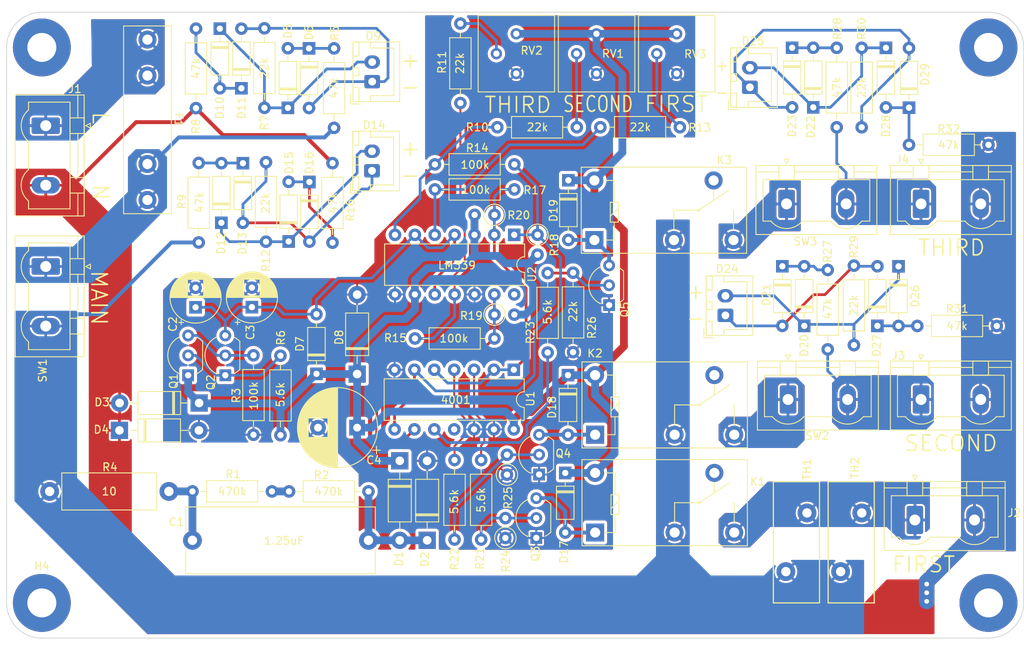
<source format=kicad_pcb>
(kicad_pcb (version 20211014) (generator pcbnew)
  (layers (0 "F.Cu" signal) (31 "B.Cu" signal) (34 "B.Paste" user) (35 "F.Paste" user) (36 "B.SilkS" user "B.Silkscreen") (37 "F.SilkS" user "F.Silkscreen") (38 "B.Mask" user) (39 "F.Mask" user) (44 "Edge.Cuts" user))
  (net 0 "")
  (net 1 "Net-(C1-Pad1)")
  (net 2 "Net-(C1-Pad2)")
  (net 3 "/RAMP")
  (net 4 "GND")
  (net 5 "+12V")
  (net 6 "NEUT")
  (net 7 "Net-(D10-Pad1)")
  (net 8 "Net-(D5-Pad2)")
  (net 9 "Net-(D11-Pad2)")
  (net 10 "Net-(D10-Pad2)")
  (net 11 "Net-(D12-Pad1)")
  (net 12 "Net-(D12-Pad2)")
  (net 13 "Net-(D13-Pad2)")
  (net 14 "Net-(D15-Pad2)")
  (net 15 "Net-(D17-Pad2)")
  (net 16 "Net-(D18-Pad2)")
  (net 17 "Net-(D19-Pad2)")
  (net 18 "Net-(D20-Pad1)")
  (net 19 "Net-(D20-Pad2)")
  (net 20 "Net-(D21-Pad2)")
  (net 21 "Net-(D22-Pad1)")
  (net 22 "Net-(D22-Pad2)")
  (net 23 "Net-(D23-Pad2)")
  (net 24 "Net-(D26-Pad2)")
  (net 25 "Net-(D28-Pad2)")
  (net 26 "Net-(F1-Pad1)")
  (net 27 "Net-(F1-Pad2)")
  (net 28 "Net-(J2-Pad1)")
  (net 29 "Net-(J3-Pad1)")
  (net 30 "Net-(J4-Pad1)")
  (net 32 "Net-(K2-Pad2)")
  (net 35 "Net-(Q1-Pad2)")
  (net 36 "Net-(Q1-Pad3)")
  (net 37 "Net-(Q3-Pad2)")
  (net 38 "Net-(Q4-Pad2)")
  (net 39 "Net-(Q5-Pad2)")
  (net 40 "Net-(R1-Pad2)")
  (net 41 "Net-(R10-Pad1)")
  (net 42 "Net-(R10-Pad2)")
  (net 43 "Net-(R11-Pad1)")
  (net 44 "Net-(R11-Pad2)")
  (net 45 "Net-(R13-Pad1)")
  (net 46 "Net-(R13-Pad2)")
  (net 47 "Net-(R14-Pad2)")
  (net 48 "Net-(R15-Pad2)")
  (net 49 "Net-(R17-Pad2)")
  (net 50 "Net-(R21-Pad1)")
  (net 51 "Net-(R22-Pad1)")
  (net 52 "Net-(R23-Pad1)")
  (net 55 "Net-(K2-Pad3)")
  (net 56 "Net-(SW3-Pad1)")
  (footprint "Potentiometer_THT:Potentiometer_Bourns_3386P_Vertical" (layer "F.Cu") (at 100.39 47.76 180)
    (fp_text reference "RV1")
    (fp_text value "10k")
  )
  (footprint "Diode_THT:D_DO-35_SOD27_P7.62mm_Horizontal" (layer "F.Cu") (at 61.05 74.3 90)
    (fp_text reference "D15")
    (fp_text value "1N4148")
  )
  (footprint "Diode_THT:D_DO-41_SOD81_P10.16mm_Horizontal" (layer "F.Cu") (at 78.75 112.5 90)
    (fp_text reference "D2")
    (fp_text value "1N4004")
  )
  (footprint "Diode_THT:D_DO-35_SOD27_P7.62mm_Horizontal" (layer "F.Cu") (at 128.1 57.16 90)
    (fp_text reference "D22")
    (fp_text value "1N4148")
  )
  (footprint "Resistor_THT:R_Axial_DIN0207_L6.3mm_D2.5mm_P2.54mm_Vertical" (layer "F.Cu") (at 92.855 73.45 -90)
    (fp_text reference "R18")
    (fp_text value "22k")
  )
  (footprint "Resistor_THT:R_Axial_DIN0207_L6.3mm_D2.5mm_P10.16mm_Horizontal" (layer "F.Cu") (at 79.74 67.65)
    (fp_text reference "R17")
    (fp_text value "100k")
  )
  (footprint "Resistor_THT:R_Axial_DIN0207_L6.3mm_D2.5mm_P10.16mm_Horizontal" (layer "F.Cu") (at 131.1 59.71 90)
    (fp_text reference "R28")
    (fp_text value "47k")
  )
  (footprint "Connector_Phoenix_GMSTB:PhoenixContact_GMSTBVA_2,5_2-G-7,62_1x02_P7.62mm_Vertical" (layer "F.Cu") (at 124.69 69.5)
    (fp_text reference "SW3")
    (fp_text value "SW_SPST")
  )
  (footprint "Resistor_THT:R_Axial_DIN0207_L6.3mm_D2.5mm_P10.16mm_Horizontal" (layer "F.Cu") (at 85.65 102.24 -90)
    (fp_text reference "R21")
    (fp_text value "5.6k")
  )
  (footprint "Resistor_THT:R_Axial_DIN0207_L6.3mm_D2.5mm_P10.16mm_Horizontal" (layer "F.Cu") (at 61.09 106.25)
    (fp_text reference "R2")
    (fp_text value "470k")
  )
  (footprint "Resistor_THT:R_Axial_DIN0207_L6.3mm_D2.5mm_P10.16mm_Horizontal" (layer "F.Cu") (at 129.95 88.1 90)
    (fp_text reference "R27")
    (fp_text value "47k")
  )
  (footprint "Diode_THT:D_DO-41_SOD81_P10.16mm_Horizontal" (layer "F.Cu") (at 69.8 91.25 90)
    (fp_text reference "D8")
    (fp_text value "12V")
  )
  (footprint "Diode_THT:D_DO-35_SOD27_P7.62mm_Horizontal" (layer "F.Cu") (at 55.2 64.3 -90)
    (fp_text reference "D13")
    (fp_text value "1N4148")
  )
  (footprint "Connector_Phoenix_GMSTB:PhoenixContact_GMSTBVA_2,5_2-G-7,62_1x02_P7.62mm_Vertical" (layer "F.Cu") (at 141.88 69.5)
    (fp_text reference "J4")
    (fp_text value "Screw_Terminal_01x02")
  )
  (footprint "Resistor_THT:R_Axial_DIN0207_L6.3mm_D2.5mm_P10.16mm_Horizontal" (layer "F.Cu") (at 133.3 77.39 -90)
    (fp_text reference "R29")
    (fp_text value "22k")
  )
  (footprint "Resistor_THT:R_Axial_DIN0207_L6.3mm_D2.5mm_P10.16mm_Horizontal" (layer "F.Cu") (at 97.4 88.45 90)
    (fp_text reference "R26")
    (fp_text value "22k")
  )
  (footprint "Diode_THT:D_DO-35_SOD27_P7.62mm_Horizontal" (layer "F.Cu") (at 55.01 54.72 90)
    (fp_text reference "D11")
    (fp_text value "1N4148")
  )
  (footprint "Connector_JST:JST_XH_B2B-XH-A_1x02_P2.50mm_Vertical" (layer "F.Cu") (at 71.7 65.27 90)
    (fp_text reference "D14")
    (fp_text value "LED")
  )
  (footprint "Resistor_THT:R_Axial_DIN0207_L6.3mm_D2.5mm_P2.54mm_Vertical" (layer "F.Cu") (at 87.355 70.9 180)
    (fp_text reference "R20")
    (fp_text value "22k")
  )
  (footprint "Varistor:RV_Disc_D15.5mm_W5.9mm_P7.5mm" (layer "F.Cu") (at 124.6 116.5 90)
    (fp_text reference "TH1")
    (fp_text value "B57238S0220M051")
  )
  (footprint "Relay_THT:Relay_SPDT_Omron-G5Q-1" (layer "F.Cu") (at 100.125 74.12)
    (fp_text reference "K3")
    (fp_text value "G5Q-1A4 DC12")
  )
  (footprint "Diode_THT:D_DO-35_SOD27_P7.62mm_Horizontal" (layer "F.Cu") (at 126.95 85.09 90)
    (fp_text reference "D20")
    (fp_text value "1N4148")
  )
  (footprint "Resistor_THT:R_Axial_DIN0207_L6.3mm_D2.5mm_P10.16mm_Horizontal" (layer "F.Cu") (at 56.55 88.85 -90)
    (fp_text reference "R3")
    (fp_text value "100k")
  )
  (footprint "Resistor_THT:R_Axial_DIN0207_L6.3mm_D2.5mm_P10.16mm_Horizontal" (layer "F.Cu") (at 66.65 64.29 -90)
    (fp_text reference "R16")
    (fp_text value "47k")
  )
  (footprint "Diode_THT:D_DO-35_SOD27_P7.62mm_Horizontal" (layer "F.Cu") (at 96.8 66.48 -90)
    (fp_text reference "D19")
    (fp_text value "1N4148")
  )
  (footprint "Resistor_THT:R_Axial_DIN0207_L6.3mm_D2.5mm_P2.54mm_Vertical" (layer "F.Cu") (at 87.355 83.65)
    (fp_text reference "R19")
    (fp_text value "22k")
  )
  (footprint "Diode_THT:D_DO-35_SOD27_P7.62mm_Horizontal" (layer "F.Cu") (at 136.3 85.09 90)
    (fp_text reference "D27")
    (fp_text value "1N4148")
  )
  (footprint "Resistor_THT:R_Axial_DIN0207_L6.3mm_D2.5mm_P10.16mm_Horizontal" (layer "F.Cu") (at 49.55 74.43 90)
    (fp_text reference "R9")
    (fp_text value "47k")
  )
  (footprint "Resistor_THT:R_Axial_DIN0414_L11.9mm_D4.5mm_P15.24mm_Horizontal" (layer "F.Cu") (at 30.5 106.25)
    (fp_text reference "R4")
    (fp_text value "10")
  )
  (footprint "Fuse:Fuseholder_Littelfuse_100_series_5x20mm" (layer "F.Cu") (at 43 48.5 -90)
    (fp_text reference "F1")
    (fp_text value "01000020Z")
  )
  (footprint "Resistor_THT:R_Axial_DIN0207_L6.3mm_D2.5mm_P10.16mm_Horizontal" (layer "F.Cu") (at 151.56 85.1 180)
    (fp_text reference "R31")
    (fp_text value "47k")
  )
  (footprint "Package_DIP:DIP-14_W7.62mm" (layer "F.Cu") (at 89.825 90.7 -90)
    (fp_text reference "U1")
    (fp_text value "4001")
  )
  (footprint "Resistor_THT:R_Axial_DIN0207_L6.3mm_D2.5mm_P10.16mm_Horizontal" (layer "F.Cu") (at 97.88 59.7 180)
    (fp_text reference "R10")
    (fp_text value "22k")
  )
  (footprint "Potentiometer_THT:Potentiometer_Bourns_3386P_Vertical" (layer "F.Cu") (at 90.14 47.76 180)
    (fp_text reference "RV2")
    (fp_text value "10k")
  )
  (footprint "Diode_THT:D_DO-41_SOD81_P10.16mm_Horizontal" (layer "F.Cu") (at 49.6 94.95 180)
    (fp_text reference "D3")
    (fp_text value "1N4004")
  )
  (footprint "Package_TO_SOT_THT:TO-92_Inline_Wide" (layer "F.Cu") (at 48.2 91.4 90)
    (fp_text reference "Q1")
    (fp_text value "2N3906")
  )
  (footprint "Diode_THT:D_DO-35_SOD27_P7.62mm_Horizontal" (layer "F.Cu") (at 140.34 57.2 90)
    (fp_text reference "D29")
    (fp_text value "1N4148")
  )
  (footprint "Resistor_THT:R_Axial_DIN0207_L6.3mm_D2.5mm_P10.16mm_Horizontal" (layer "F.Cu") (at 83 46.45 -90)
    (fp_text reference "R11")
    (fp_text value "22k")
  )
  (footprint "Relay_THT:Relay_SPDT_Omron-G5Q-1" (layer "F.Cu") (at 100.22 99)
    (fp_text reference "K2")
    (fp_text value "G5Q-1A4 DC12")
  )
  (footprint "MountingHole:MountingHole_3.7mm_Pad" (layer "F.Cu") (at 29.5 49.5)
    (fp_text reference "H1" hide)
    (fp_text value "#6")
  )
  (footprint "MountingHole:MountingHole_3.7mm_Pad" (layer "F.Cu") (at 29.5 120.5)
    (fp_text reference "H4")
    (fp_text value "#6")
  )
  (footprint "Diode_THT:D_DO-35_SOD27_P7.62mm_Horizontal" (layer "F.Cu") (at 137.39 49.55 -90)
    (fp_text reference "D28")
    (fp_text value "1N4148")
  )
  (footprint "Package_DIP:DIP-14_W7.62mm" (layer "F.Cu") (at 89.88 73.45 -90)
    (fp_text reference "U2")
    (fp_text value "LM339")
  )
  (footprint "Capacitor_THT:CP_Radial_D6.3mm_P2.50mm" (layer "F.Cu") (at 56.35 82.7 90)
    (fp_text reference "C3")
    (fp_text value "10uF")
  )
  (footprint "Resistor_THT:R_Axial_DIN0207_L6.3mm_D2.5mm_P10.16mm_Horizontal" (layer "F.Cu") (at 82.25 102.24 -90)
    (fp_text reference "R22")
    (fp_text value "5.6k")
  )
  (footprint "Diode_THT:D_DO-35_SOD27_P7.62mm_Horizontal" (layer "F.Cu") (at 60.95 57.22 90)
    (fp_text reference "D5")
    (fp_text value "1N4148")
  )
  (footprint "Diode_THT:D_DO-35_SOD27_P7.62mm_Horizontal" (layer "F.Cu") (at 96.4 103.89 -90)
    (fp_text reference "D17")
    (fp_text value "1N4148")
  )
  (footprint "Resistor_THT:R_Axial_DIN0207_L6.3mm_D2.5mm_P2.54mm_Vertical" (layer "F.Cu") (at 88.75 112.2 90)
    (fp_text reference "R24")
    (fp_text value "22k")
  )
  (footprint "Resistor_THT:R_Axial_DIN0207_L6.3mm_D2.5mm_P10.16mm_Horizontal" (layer "F.Cu") (at 134.29 59.71 90)
    (fp_text reference "R30")
    (fp_text value "22k")
  )
  (footprint "Diode_THT:D_DO-35_SOD27_P7.62mm_Horizontal" (layer "F.Cu") (at 63.65 49.62 -90)
    (fp_text reference "D6")
    (fp_text value "1N4148")
  )
  (footprint "Resistor_THT:R_Axial_DIN0207_L6.3mm_D2.5mm_P10.16mm_Horizontal" (layer "F.Cu") (at 94.15 88.5 90)
    (fp_text reference "R23")
    (fp_text value "5.6k")
  )
  (footprint "Resistor_THT:R_Axial_DIN0207_L6.3mm_D2.5mm_P10.16mm_Horizontal" (layer "F.Cu") (at 150.5 61.95 180)
    (fp_text reference "R32")
    (fp_text value "47k")
  )
  (footprint "Resistor_THT:R_Axial_DIN0207_L6.3mm_D2.5mm_P10.16mm_Horizontal" (layer "F.Cu") (at 60 99.06 90)
    (fp_text reference "R6")
    (fp_text value "5.6k")
  )
  (footprint "Resistor_THT:R_Axial_DIN0207_L6.3mm_D2.5mm_P10.16mm_Horizontal" (layer "F.Cu") (at 66.85 59.78 90)
    (fp_text reference "R5")
    (fp_text value "47k")
  )
  (footprint "Package_TO_SOT_THT:TO-92_Inline_Wide" (layer "F.Cu") (at 102.01 82.44 90)
    (fp_text reference "Q5")
    (fp_text value "2N3904")
  )
  (footprint "Diode_THT:D_DO-35_SOD27_P7.62mm_Horizontal" (layer "F.Cu") (at 64.6 91.22 90)
    (fp_text reference "D7")
    (fp_text value "1N4148")
  )
  (footprint "Relay_THT:Relay_SPDT_Omron-G5Q-1" (layer "F.Cu") (at 100.22 111.5)
    (fp_text reference "K1")
    (fp_text value "G5Q-1A4 DC12")
  )
  (footprint "Connector_Phoenix_GMSTB:PhoenixContact_GMSTBVA_2,5_2-G-7,62_1x02_P7.62mm_Vertical" (layer "F.Cu") (at 141.88 94.5)
    (fp_text reference "J3")
    (fp_text value "Screw_Terminal_01x02")
  )
  (footprint "Resistor_THT:R_Axial_DIN0207_L6.3mm_D2.5mm_P10.16mm_Horizontal" (layer "F.Cu") (at 49.2 57.26 90)
    (fp_text reference "R8")
    (fp_text value "47k")
  )
  (footprint "Capacitor_THT:C_Rect_L24.0mm_W8.3mm_P22.50mm_MKT" (layer "F.Cu") (at 48.75 112.5)
    (fp_text reference "C1")
    (fp_text value "1.25uF")
  )
  (footprint "Diode_THT:D_DO-35_SOD27_P7.62mm_Horizontal" (layer "F.Cu") (at 52.25 47.1 -90)
    (fp_text reference "D10")
    (fp_text value "1N4148")
  )
  (footprint "Diode_THT:D_DO-41_SOD81_P10.16mm_Horizontal" (layer "F.Cu") (at 75.25 102.34 -90)
    (fp_text reference "D1")
    (fp_text value "1N4004")
  )
  (footprint "Diode_THT:D_DO-41_SOD81_P10.16mm_Horizontal" (layer "F.Cu") (at 39.42 98.45)
    (fp_text reference "D4")
    (fp_text value "1N4004")
  )
  (footprint "MountingHole:MountingHole_3.7mm_Pad" (layer "F.Cu") (at 150.5 120.5)
    (fp_text reference "H3" hide)
    (fp_text value "#6")
  )
  (footprint "Resistor_THT:R_Axial_DIN0207_L6.3mm_D2.5mm_P10.16mm_Horizontal" (layer "F.Cu") (at 57.95 47.06 -90)
    (fp_text reference "R7")
    (fp_text value "22k")
  )
  (footprint "Connector_Phoenix_GMSTB:PhoenixContact_GMSTBVA_2,5_2-G-7,62_1x02_P7.62mm_Vertical" (layer "F.Cu") (at 141.09 109.9)
    (fp_text reference "J2")
    (fp_text value "Screw_Terminal_01x02")
  )
  (footprint "Connector_JST:JST_XH_B2B-XH-A_1x02_P2.50mm_Vertical" (layer "F.Cu") (at 120 54.6 90)
    (fp_text reference "D25")
    (fp_text value "LED")
  )
  (footprint "Diode_THT:D_DO-35_SOD27_P7.62mm_Horizontal" (layer "F.Cu") (at 139 77.48 -90)
    (fp_text reference "D26")
    (fp_text value "1N4148")
  )
  (footprint "Resistor_THT:R_Axial_DIN0207_L6.3mm_D2.5mm_P10.16mm_Horizontal" (layer "F.Cu") (at 77.19 86.7)
    (fp_text reference "R15")
    (fp_text value "100k")
  )
  (footprint "Diode_THT:D_DO-35_SOD27_P7.62mm_Horizontal" (layer "F.Cu") (at 124.15 77.47 -90)
    (fp_text reference "D21")
    (fp_text value "1N4148")
  )
  (footprint "Resistor_THT:R_Axial_DIN0207_L6.3mm_D2.5mm_P2.54mm_Vertical" (layer "F.Cu") (at 88.95 104.105 90)
    (fp_text reference "R25")
    (fp_text value "22k")
  )
  (footprint "Connector_Phoenix_GMSTB:PhoenixContact_GMSTBVA_2,5_2-G-7,62_1x02_P7.62mm_Vertical" (layer "F.Cu") (at 124.88 94.5)
    (fp_text reference "SW2")
    (fp_text value "SW_SPST")
  )
  (footprint "Diode_THT:D_DO-35_SOD27_P7.62mm_Horizontal" (layer "F.Cu") (at 52.45 71.91 90)
    (fp_text reference "D12")
    (fp_text value "1N4148")
  )
  (footprint "Connector_JST:JST_XH_B2B-XH-A_1x02_P2.50mm_Vertical" (layer "F.Cu") (at 71.725 53.87 90)
    (fp_text reference "D9")
    (fp_text value "LED")
  )
  (footprint "Diode_THT:D_DO-35_SOD27_P7.62mm_Horizontal" (layer "F.Cu") (at 96.75 91.39 -90)
    (fp_text reference "D18")
    (fp_text value "1N4148")
  )
  (footprint "Diode_THT:D_DO-35_SOD27_P7.62mm_Horizontal" (layer "F.Cu") (at 63.7 66.7 -90)
    (fp_text reference "D16")
    (fp_text value "1N4148")
  )
  (footprint "Varistor:RV_Disc_D15.5mm_W5.9mm_P7.5mm" (layer "F.Cu") (at 131.6 116.5 90)
    (fp_text reference "TH2")
    (fp_text value "B57238S0220M051")
  )
  (footprint "Potentiometer_THT:Potentiometer_Bourns_3386P_Vertical" (layer "F.Cu") (at 110.64 47.76 180)
    (fp_text reference "RV3")
    (fp_text value "10k")
  )
  (footprint "Package_TO_SOT_THT:TO-92_Inline_Wide" (layer "F.Cu") (at 93.06 104.09 90)
    (fp_text reference "Q4")
    (fp_text value "2N3904")
  )
  (footprint "Capacitor_THT:CP_Radial_D6.3mm_P2.50mm" (layer "F.Cu") (at 49.15 82.717621 90)
    (fp_text reference "C2")
    (fp_text value "10uF")
  )
  (footprint "Resistor_THT:R_Axial_DIN0207_L6.3mm_D2.5mm_P10.16mm_Horizontal" (layer "F.Cu") (at 58.15 64.17 -90)
    (fp_text reference "R12")
    (fp_text value "22k")
  )
  (footprint "Diode_THT:D_DO-35_SOD27_P7.62mm_Horizontal" (layer "F.Cu") (at 125.4 49.54 -90)
    (fp_text reference "D23")
    (fp_text value "1N4148")
  )
  (footprint "Resistor_THT:R_Axial_DIN0207_L6.3mm_D2.5mm_P10.16mm_Horizontal" (layer "F.Cu") (at 48.75 106.25)
    (fp_text reference "R1")
    (fp_text value "470k")
  )
  (footprint "Connector_Phoenix_GMSTB:PhoenixContact_GMSTBVA_2,5_2-G-7,62_1x02_P7.62mm_Vertical" (layer "F.Cu") (at 30 77.5 -90)
    (fp_text reference "SW1")
    (fp_text value "SW_SPST")
  )
  (footprint "Resistor_THT:R_Axial_DIN0207_L6.3mm_D2.5mm_P10.16mm_Horizontal" (layer "F.Cu") (at 111.05 59.7 180)
    (fp_text reference "R13")
    (fp_text value "22k")
  )
  (footprint "Capacitor_THT:CP_Radial_D10.0mm_P5.00mm" (layer "F.Cu") (at 69.8 98.1 180)
    (fp_text reference "C4")
    (fp_text value "220uF")
  )
  (footprint "Package_TO_SOT_THT:TO-92_Inline_Wide" (layer "F.Cu") (at 92.7 112.19 90)
    (fp_text reference "Q3")
    (fp_text value "2N3904")
  )
  (footprint "Resistor_THT:R_Axial_DIN0207_L6.3mm_D2.5mm_P10.16mm_Horizontal" (layer "F.Cu") (at 79.74 64.45)
    (fp_text reference "R14")
    (fp_text value "100k")
  )
  (footprint "MountingHole:MountingHole_3.7mm_Pad" (layer "F.Cu") (at 150.5 49.5)
    (fp_text reference "H2" hide)
    (fp_text value "#6")
  )
  (footprint "Connector_JST:JST_XH_B2B-XH-A_1x02_P2.50mm_Vertical" (layer "F.Cu") (at 116.875 83.75 90)
    (fp_text reference "D24")
    (fp_text value "LED")
  )
  (footprint "Package_TO_SOT_THT:TO-92_Inline_Wide" (layer "F.Cu") (at 52.95 91.4 90)
    (fp_text reference "Q2")
    (fp_text value "2N3906")
  )
  (footprint "Connector_Phoenix_GMSTB:PhoenixContact_GMSTBVA_2,5_2-G-7,62_1x02_P7.62mm_Vertical" (layer "F.Cu") (at 30 59.5 -90)
    (fp_text reference "J1")
    (fp_text value "Screw_Terminal_01x02")
  )
  (gr_line (start 25 49.5) (end 25 120.5) (layer "Edge.Cuts") (width 0.1))
  (gr_line (start 29.5 125) (end 150.5 125) (layer "Edge.Cuts") (width 0.1))
  (gr_line (start 150.5 45) (end 29.5 45) (layer "Edge.Cuts") (width 0.1))
  (gr_arc (start 150.5 45) (mid 153.681981 46.318019) (end 155 49.5) (layer "Edge.Cuts") (width 0.1))
  (gr_line (start 155 120.5) (end 155 49.5) (layer "Edge.Cuts") (width 0.1))
  (gr_arc (start 29.5 125) (mid 26.318019 123.681981) (end 25 120.5) (layer "Edge.Cuts") (width 0.1))
  (gr_arc (start 155 120.5) (mid 153.681981 123.681981) (end 150.5 125) (layer "Edge.Cuts") (width 0.1))
  (gr_arc (start 25 49.5) (mid 26.318019 46.318019) (end 29.5 45) (layer "Edge.Cuts") (width 0.1))
  (gr_text "MAIN" (at 36.8 81.5 270) (layer "F.SilkS") (effects (font (size 2 2) (thickness 0.2))))
  (gr_text "THIRD" (at 90.355 56.85) (layer "F.SilkS") (effects (font (size 2 2) (thickness 0.2))))
  (gr_text "+" (at 76.6 62.4) (layer "F.SilkS") (effects (font (size 2 2) (thickness 0.2))))
  (gr_text "-" (at 116.4 55.2) (layer "F.SilkS") (effects (font (size 2 1.5) (thickness 0.2))))
  (gr_text "SECOND" (at 100.605 56.75) (layer "F.SilkS") (effects (font (size 2 1.5) (thickness 0.2))))
  (gr_text "SECOND" (at 145.7 100.1) (layer "F.SilkS") (effects (font (size 2 2) (thickness 0.2))))
  (gr_text "N" (at 37 68 270) (layer "F.SilkS") (effects (font (size 2 2) (thickness 0.2))))
  (gr_text "+" (at 116.4 51.8) (layer "F.SilkS") (effects (font (size 1.5 1.5) (thickness 0.2))))
  (gr_text "+" (at 113.1 80.7) (layer "F.SilkS") (effects (font (size 2 2) (thickness 0.2))))
  (gr_text "L" (at 37 58.5 270) (layer "F.SilkS") (effects (font (size 2 2) (thickness 0.2))))
  (gr_text "-" (at 76.6 65.8) (layer "F.SilkS") (effects (font (size 2 2) (thickness 0.2))))
  (gr_text "FIRST" (at 110.555 56.75) (layer "F.SilkS") (effects (font (size 2 2) (thickness 0.2))))
  (gr_text "FIRST" (at 142.2 115.6) (layer "F.SilkS") (effects (font (size 2 2) (thickness 0.2))))
  (gr_text "-" (at 76.6 54.5) (layer "F.SilkS") (effects (font (size 2 2) (thickness 0.2))))
  (gr_text "+" (at 76.6 51.1) (layer "F.SilkS") (effects (font (size 2 2) (thickness 0.2))))
  (gr_text "-" (at 113.1 84.1) (layer "F.SilkS") (effects (font (size 2 2) (thickness 0.2))))
  (gr_text "THIRD" (at 145.8 75.1) (layer "F.SilkS") (effects (font (size 2 2) (thickness 0.2))))
  (segment (start 48.75 106.25) (end 48.75 112.5) (width 1) (layer "B.Cu") (net 1))
  (segment (start 45.74 106.25) (end 48.75 106.25) (width 1) (layer "B.Cu") (net 1))
  (segment (start 71.25 112.5) (end 78.75 112.5) (width 1) (layer "B.Cu") (net 2))
  (segment (start 71.25 106.25) (end 71.25 112.5) (width 1) (layer "B.Cu") (net 2))
  (segment (start 79.72 81.07) (end 79.72 79.18) (width 0.35) (layer "F.Cu") (net 3))
  (segment (start 79.72 79.18) (end 82.26 76.64) (width 0.35) (layer "F.Cu") (net 3))
  (segment (start 82.26 76.64) (end 82.26 73.45) (width 0.35) (layer "F.Cu") (net 3))
  (segment (start 77.18 73.45) (end 71.63 79) (width 0.35) (layer "B.Cu") (net 3))
  (segment (start 60.45 83.6) (end 64.6 83.6) (width 0.35) (layer "B.Cu") (net 3))
  (segment (start 56.35 82.7) (end 59.55 82.7) (width 0.35) (layer "B.Cu") (net 3))
  (segment (start 71.63 79) (end 67.35 79) (width 0.35) (layer "B.Cu") (net 3))
  (segment (start 52.95 84.45) (end 52.95 86.32) (width 0.35) (layer "B.Cu") (net 3))
  (segment (start 54.7 82.7) (end 52.95 84.45) (width 0.35) (layer "B.Cu") (net 3))
  (segment (start 67.35 79) (end 64.6 81.75) (width 0.35) (layer "B.Cu") (net 3))
  (segment (start 51.217621 82.717621) (end 52.95 84.45) (width 0.35) (layer "B.Cu") (net 3))
  (segment (start 56.35 82.7) (end 54.7 82.7) (width 0.35) (layer "B.Cu") (net 3))
  (segment (start 78.83 75.1) (end 77.18 73.45) (width 0.35) (layer "B.Cu") (net 3))
  (segment (start 82.26 73.45) (end 80.61 75.1) (width 0.35) (layer "B.Cu") (net 3))
  (segment (start 49.15 82.717621) (end 51.217621 82.717621) (width 0.35) (layer "B.Cu") (net 3))
  (segment (start 59.55 82.7) (end 60.45 83.6) (width 0.35) (layer "B.Cu") (net 3))
  (segment (start 64.6 81.75) (end 64.6 83.6) (width 0.35) (layer "B.Cu") (net 3))
  (segment (start 80.61 75.1) (end 78.83 75.1) (width 0.35) (layer "B.Cu") (net 3))
  (segment (start 90.8 96.1) (end 89.825 97.075) (width 1) (layer "F.Cu") (net 5))
  (segment (start 103.9 87.7) (end 103.9 72.95) (width 1) (layer "F.Cu") (net 5))
  (segment (start 96.75 91.39) (end 92.04 96.1) (width 1) (layer "F.Cu") (net 5))
  (segment (start 100.125 69.175) (end 100.125 66.5) (width 1) (layer "F.Cu") (net 5))
  (segment (start 92.04 96.1) (end 90.8 96.1) (width 1) (layer "F.Cu") (net 5))
  (segment (start 89.825 97.075) (end 89.825 98.32) (width 1) (layer "F.Cu") (net 5))
  (segment (start 103.9 72.95) (end 100.125 69.175) (width 1) (layer "F.Cu") (net 5))
  (segment (start 100.22 91.38) (end 103.9 87.7) (width 1) (layer "F.Cu") (net 5))
  (segment (start 77.18 82.97) (end 77.18 81.07) (width 1) (layer "B.Cu") (net 5))
  (segment (start 92.3 82.65) (end 92.3 79.9) (width 1) (layer "B.Cu") (net 5))
  (segment (start 100.21 91.39) (end 100.22 91.38) (width 1) (layer "B.Cu") (net 5))
  (segment (start 69.8 99.85) (end 69.8 98.1) (width 1) (layer "B.Cu") (net 5))
  (segment (start 59.25 95) (end 60 95.75) (width 1) (layer "B.Cu") (net 5))
  (segment (start 83.25 77.7) (end 84.8 76.15) (width 1) (layer "B.Cu") (net 5))
  (segment (start 96.4 103.89) (end 100.21 103.89) (width 1) (layer "B.Cu") (net 5))
  (segment (start 100.39 47.76) (end 110.64 47.76) (width 1) (layer "B.Cu") (net 5))
  (segment (start 48.2 91.4) (end 48.2 93.55) (width 1) (layer "B.Cu") (net 5))
  (segment (start 73.7 96.05) (end 71.65 98.1) (width 1) (layer "B.Cu") (net 5))
  (segment (start 71.65 98.1) (end 69.8 98.1) (width 1) (layer "B.Cu") (net 5))
  (segment (start 100.39 47.76) (end 90.14 47.76) (width 1) (layer "B.Cu") (net 5))
  (segment (start 100.105 66.48) (end 100.125 66.5) (width 1) (layer "B.Cu") (net 5))
  (segment (start 100.22 93.92) (end 100.22 91.38) (width 1) (layer "B.Cu") (net 5))
  (segment (start 78.75 77.7) (end 83.25 77.7) (width 1) (layer "B.Cu") (net 5))
  (segment (start 64.53 91.22) (end 60 95.75) (width 1) (layer "B.Cu") (net 5))
  (segment (start 84.8 73.45) (end 84.8 70.915) (width 1) (layer "B.Cu") (net 5))
  (segment (start 103.7 62.925) (end 103.7 53) (width 1) (layer "B.Cu") (net 5))
  (segment (start 100.22 103.88) (end 102.7 101.4) (width 1) (layer "B.Cu") (net 5))
  (segment (start 69.8 87.95) (end 73.55 84.2) (width 1) (layer "B.Cu") (net 5))
  (segment (start 72.29 102.34) (end 69.8 99.85) (width 1) (layer "B.Cu") (net 5))
  (segment (start 100.125 66.5) (end 103.7 62.925) (width 1) (layer "B.Cu") (net 5))
  (segment (start 88.75 96.05) (end 73.7 96.05) (width 1) (layer "B.Cu") (net 5))
  (segment (start 103.7 53) (end 100.39 49.69) (width 1) (layer "B.Cu") (net 5))
  (segment (start 77.18 81.07) (end 77.18 79.27) (width 1) (layer "B.Cu") (net 5))
  (segment (start 88.745 77.095) (end 91.75 77.095) (width 1) (layer "B.Cu") (net 5))
  (segment (start 100.21 103.89) (end 100.22 103.88) (width 1) (layer "B.Cu") (net 5))
  (segment (start 73.55 84.2) (end 75.95 84.2) (width 1) (layer "B.Cu") (net 5))
  (segment (start 84.8 76.15) (end 84.8 73.45) (width 1) (layer "B.Cu") (net 5))
  (segment (start 100.39 49.69) (end 100.39 47.76) (width 1) (layer "B.Cu") (net 5))
  (segment (start 48.2 93.55) (end 49.65 95) (width 1) (layer "B.Cu") (net 5))
  (segment (start 102.7 96.4) (end 100.22 93.92) (width 1) (layer "B.Cu") (net 5))
  (segment (start 64.63 91.25) (end 64.6 91.22) (width 1) (layer "B.Cu") (net 5))
  (segment (start 92.3 79.9) (end 91.75 79.35) (width 1) (layer "B.Cu") (net 5))
  (segment (start 89.895 83.65) (end 91.3 83.65) (width 1) (layer "B.Cu") (net 5))
  (segment (start 69.8 91.25) (end 69.8 87.95) (width 1) (layer "B.Cu") (net 5))
  (segment (start 89.825 98.32) (end 89.825 97.125) (width 1) (layer "B.Cu") (net 5))
  (segment (start 75.25 102.34) (end 72.29 102.34) (width 1) (layer "B.Cu") (net 5))
  (segment (start 91.75 77.095) (end 92.855 75.99) (width 1) (layer "B.Cu") (net 5))
  (segment (start 75.95 84.2) (end 77.18 82.97) (width 1) (layer "B.Cu") (net 5))
  (segment (start 69.8 91.25) (end 64.63 91.25) (width 1) (layer "B.Cu") (net 5))
  (segment (start 89.825 97.125) (end 88.75 96.05) (width 1) (layer "B.Cu") (net 5))
  (segment (start 84.8 70.915) (end 84.815 70.9) (width 1) (layer "B.Cu") (net 5))
  (segment (start 96.75 91.39) (end 100.21 91.39) (width 1) (layer "B.Cu") (net 5))
  (segment (start 102.7 101.4) (end 102.7 96.4) (width 1) (layer "B.Cu") (net 5))
  (segment (start 91.75 79.35) (end 91.75 77.095) (width 1) (layer "B.Cu") (net 5))
  (segment (start 69.8 98.1) (end 69.8 91.25) (width 1) (layer "B.Cu") (net 5))
  (segment (start 84.8 76.15) (end 87.8 76.15) (width 1) (layer "B.Cu") (net 5))
  (segment (start 64.6 91.22) (end 64.53 91.22) (width 1) (layer "B.Cu") (net 5))
  (segment (start 48.17 91.43) (end 48.2 91.4) (width 1) (layer "B.Cu") (net 5))
  (segment (start 87.8 76.15) (end 88.745 77.095) (width 1) (layer "B.Cu") (net 5))
  (segment (start 77.18 79.27) (end 78.75 77.7) (width 1) (layer "B.Cu") (net 5))
  (segment (start 49.65 95) (end 59.25 95) (width 1) (layer "B.Cu") (net 5))
  (segment (start 96.8 66.48) (end 100.105 66.48) (width 1) (layer "B.Cu") (net 5))
  (segment (start 91.3 83.65) (end 92.3 82.65) (width 1) (layer "B.Cu") (net 5))
  (segment (start 60 95.75) (end 60 99.06) (width 1) (layer "B.Cu") (net 5))
  (segment (start 49.2 57.26) (end 49.14 57.26) (width 0.5) (layer "F.Cu") (net 6))
  (segment (start 47.35 59.05) (end 41.55 59.05) (width 0.5) (layer "F.Cu") (net 6))
  (segment (start 49.2 57.26) (end 52.64 60.7) (width 0.5) (layer "F.Cu") (net 6))
  (segment (start 147.6 112.8) (end 142.6 117.8) (width 2) (layer "F.Cu") (net 6))
  (segment (start 66.64 64.29) (end 66.65 64.29) (width 0.5) (layer "F.Cu") (net 6))
  (segment (start 63.05 60.7) (end 66.64 64.29) (width 0.5) (layer "F.Cu") (net 6))
  (segment (start 41.55 59.05) (end 33.4 67.2) (width 0.5) (layer "F.Cu") (net 6))
  (segment (start 142.6 117.8) (end 142.6 120.3) (width 2) (layer "F.Cu") (net 6))
  (segment (start 52.64 60.7) (end 63.05 60.7) (width 0.5) (layer "F.Cu") (net 6))
  (segment (start 49.14 57.26) (end 47.35 59.05) (width 0.5) (layer "F.Cu") (net 6))
  (via (at 142.6 120.3) (size 1) (drill 0.6) (layers "F.Cu" "B.Cu") (net 6))
  (via (at 142.6 119.2) (size 1) (drill 0.6) (layers "F.Cu" "B.Cu") (net 6))
  (via (at 142.6 118.1) (size 1) (drill 0.6) (layers "F.Cu" "B.Cu") (net 6))
  (segment (start 147.6 112.8) (end 142.6 117.8) (width 2) (layer "B.Cu") (net 6))
  (segment (start 142.6 117.8) (end 142.6 120.3) (width 2) (layer "B.Cu") (net 6))
  (segment (start 69.83 51.37) (end 71.725 51.37) (width 0.35) (layer "B.Cu") (net 7))
  (segment (start 65.92 52.25) (end 68.95 52.25) (width 0.35) (layer "B.Cu") (net 7))
  (segment (start 57.95 52.8) (end 57.95 57.22) (width 0.35) (layer "B.Cu") (net 7))
  (segment (start 52.25 47.1) (end 57.95 52.8) (width 0.35) (layer "B.Cu") (net 7))
  (segment (start 60.95 57.22) (end 65.92 52.25) (width 0.35) (layer "B.Cu") (net 7))
  (segment (start 57.95 57.22) (end 60.95 57.22) (width 0.35) (layer "B.Cu") (net 7))
  (segment (start 68.95 52.25) (end 69.83 51.37) (width 0.35) (layer "B.Cu") (net 7))
  (segment (start 66.85 49.62) (end 60.97 49.62) (width 0.35) (layer "B.Cu") (net 8))
  (segment (start 60.97 49.62) (end 60.95 49.6) (width 0.35) (layer "B.Cu") (net 8))
  (segment (start 57.91 47.1) (end 57.95 47.06) (width 0.35) (layer "B.Cu") (net 9))
  (segment (start 73.75 53.4) (end 73.28 53.87) (width 0.35) (layer "B.Cu") (net 9))
  (segment (start 73.28 53.87) (end 71.725 53.87) (width 0.35) (layer "B.Cu") (net 9))
  (segment (start 67.02 53.87) (end 71.725 53.87) (width 0.35) (layer "B.Cu") (net 9))
  (segment (start 55.01 47.1) (end 57.91 47.1) (width 0.35) (layer "B.Cu") (net 9))
  (segment (start 73.75 48.55) (end 73.75 53.4) (width 0.35) (layer "B.Cu") (net 9))
  (segment (start 57.95 47.06) (end 72.26 47.06) (width 0.35) (layer "B.Cu") (net 9))
  (segment (start 72.26 47.06) (end 73.75 48.55) (width 0.35) (layer "B.Cu") (net 9))
  (segment (start 63.65 57.24) (end 67.02 53.87) (width 0.35) (layer "B.Cu") (net 9))
  (segment (start 49.2 50.15) (end 49.2 47.1) (width 0.35) (layer "B.Cu") (net 10))
  (segment (start 52.25 54.72) (end 52.25 53.2) (width 0.35) (layer "B.Cu") (net 10))
  (segment (start 52.25 53.2) (end 49.2 50.15) (width 0.35) (layer "B.Cu") (net 10))
  (segment (start 55.01 54.72) (end 52.25 54.72) (width 0.35) (layer "B.Cu") (net 10))
  (segment (start 69.8 65.55) (end 69.8 63.25) (width 0.35) (layer "B.Cu") (net 11))
  (segment (start 52.45 71.91) (end 52.45 73.3) (width 0.35) (layer "B.Cu") (net 11))
  (segment (start 61.02 74.33) (end 61.05 74.3) (width 0.35) (layer "B.Cu") (net 11))
  (segment (start 69.8 63.25) (end 70.28 62.77) (width 0.35) (layer "B.Cu") (net 11))
  (segment (start 61.05 74.3) (end 69.8 65.55) (width 0.35) (layer "B.Cu") (net 11))
  (segment (start 70.28 62.77) (end 71.7 62.77) (width 0.35) (layer "B.Cu") (net 11))
  (segment (start 53.48 74.33) (end 58.15 74.33) (width 0.35) (layer "B.Cu") (net 11))
  (segment (start 52.45 73.3) (end 53.48 74.33) (width 0.35) (layer "B.Cu") (net 11))
  (segment (start 58.15 74.33) (end 61.02 74.33) (width 0.35) (layer "B.Cu") (net 11))
  (segment (start 55.17 64.27) (end 55.2 64.3) (width 0.35) (layer "B.Cu") (net 12))
  (segment (start 49.55 64.27) (end 55.17 64.27) (width 0.35) (layer "B.Cu") (net 12))
  (segment (start 61.3 71.92) (end 55.2 71.92) (width 0.35) (layer "F.Cu") (net 13))
  (segment (start 63.7 74.32) (end 61.3 71.92) (width 0.35) (layer "F.Cu") (net 13))
  (segment (start 71.2 67.6) (end 71.7 67.1) (width 0.35) (layer "B.Cu") (net 13))
  (segment (start 55.2 69.55) (end 55.2 71.92) (width 0.35) (layer "B.Cu") (net 13))
  (segment (start 58.15 64.17) (end 58.15 66.6) (width 0.35) (layer "B.Cu") (net 13))
  (segment (start 58.15 66.6) (end 55.2 69.55) (width 0.35) (layer "B.Cu") (net 13))
  (segment (start 70.42 67.6) (end 71.2 67.6) (width 0.35) (layer "B.Cu") (net 13))
  (segment (start 63.7 74.32) (end 70.42 67.6) (width 0.35) (layer "B.Cu") (net 13))
  (segment (start 71.7 67.1) (end 71.7 65.27) (width 0.35) (layer "B.Cu") (net 13))
  (segment (start 66.65 74.45) (end 66.65 72.8) (width 0.35) (layer "F.Cu") (net 14))
  (segment (start 66.65 72.8) (end 63.7 69.85) (width 0.35) (layer "F.Cu") (net 14))
  (segment (start 63.7 69.85) (end 63.7 66.7) (width 0.35) (layer "F.Cu") (net 14))
  (segment (start 63.68 66.68) (end 63.7 66.7) (width 0.35) (layer "B.Cu") (net 14))
  (segment (start 61.05 66.68) (end 63.68 66.68) (width 0.35) (layer "B.Cu") (net 14))
  (segment (start 96.4 111.51) (end 100.21 111.51) (width 0.5) (layer "B.Cu") (net 15))
  (segment (start 96.4 108.8) (end 96.4 111.51) (width 0.5) (layer "B.Cu") (net 15))
  (segment (start 92.7 107.11) (end 94.71 107.11) (width 0.5) (layer "B.Cu") (net 15))
  (segment (start 100.21 111.51) (end 100.22 111.5) (width 0.5) (layer "B.Cu") (net 15))
  (segment (start 94.71 107.11) (end 96.4 108.8) (width 0.5) (layer "B.Cu") (net 15))
  (segment (start 100.22 99) (end 93.07 99) (width 0.5) (layer "B.Cu") (net 16))
  (segment (start 93.07 99) (end 93.06 99.01) (width 0.5) (layer "B.Cu") (net 16))
  (segment (start 100.105 74.1) (end 100.125 74.12) (width 0.5) (layer "B.Cu") (net 17))
  (segment (start 102.01 75.96) (end 102.01 77.36) (width 0.5) (layer "B.Cu") (net 17))
  (segment (start 100.17 74.12) (end 102.01 75.96) (width 0.5) (layer "B.Cu") (net 17))
  (segment (start 96.8 74.1) (end 100.105 74.1) (width 0.5) (layer "B.Cu") (net 17))
  (segment (start 100.125 74.12) (end 100.17 74.12) (width 0.5) (layer "B.Cu") (net 17))
  (segment (start 126.95 85.09) (end 127.14 84.9) (width 0.35) (layer "B.Cu") (net 18))
  (segment (start 123.11 81.25) (end 126.95 85.09) (width 0.35) (layer "B.Cu") (net 18))
  (segment (start 127.14 84.9) (end 133.2 84.9) (width 0.35) (layer "B.Cu") (net 18))
  (segment (start 133.2 84.9) (end 133.3 85) (width 0.35) (layer "B.Cu") (net 18))
  (segment (start 139 79.2) (end 139 77.48) (width 0.35) (layer "B.Cu") (net 18))
  (segment (start 133.3 84.9) (end 139 79.2) (width 0.35) (layer "B.Cu") (net 18))
  (segment (start 123.11 81.25) (end 116.875 81.25) (width 0.35) (layer "B.Cu") (net 18))
  (segment (start 133.3 87.55) (end 133.3 84.9) (width 0.35) (layer "B.Cu") (net 18))
  (segment (start 133.3 85) (end 133.3 87.55) (width 0.35) (layer "B.Cu") (net 18))
  (segment (start 128.17 77.47) (end 128.64 77.94) (width 0.35) (layer "B.Cu") (net 19))
  (segment (start 124.15 77.47) (end 126.95 77.47) (width 0.35) (layer "B.Cu") (net 19))
  (segment (start 126.95 77.47) (end 128.17 77.47) (width 0.35) (layer "B.Cu") (net 19))
  (segment (start 128.64 77.94) (end 129.95 77.94) (width 0.35) (layer "B.Cu") (net 19))
  (segment (start 124.15 85.09) (end 128.14 81.1) (width 0.35) (layer "F.Cu") (net 20))
  (segment (start 128.14 81.1) (end 129.59 81.1) (width 0.35) (layer "F.Cu") (net 20))
  (segment (start 129.59 81.1) (end 133.3 77.39) (width 0.35) (layer "F.Cu") (net 20))
  (segment (start 116.875 83.75) (end 118.215 85.09) (width 0.35) (layer "B.Cu") (net 20))
  (segment (start 118.215 85.09) (end 124.15 85.09) (width 0.35) (layer "B.Cu") (net 20))
  (segment (start 133.38 77.47) (end 133.3 77.39) (width 0.35) (layer "B.Cu") (net 20))
  (segment (start 136.3 77.47) (end 133.38 77.47) (width 0.35) (layer "B.Cu") (net 20))
  (segment (start 130.29 57.16) (end 134.29 53.16) (width 0.35) (layer "B.Cu") (net 21))
  (segment (start 128.1 57.16) (end 123.04 52.1) (width 0.35) (layer "B.Cu") (net 21))
  (segment (start 128.1 57.16) (end 130.29 57.16) (width 0.35) (layer "B.Cu") (net 21))
  (segment (start 137.39 49.55) (end 134.29 49.55) (width 0.35) (layer "B.Cu") (net 21))
  (segment (start 123.04 52.1) (end 120 52.1) (width 0.35) (layer "B.Cu") (net 21))
  (segment (start 134.29 53.16) (end 134.29 49.55) (width 0.35) (layer "B.Cu") (net 21))
  (segment (start 125.41 49.55) (end 125.4 49.54) (width 0.35) (layer "B.Cu") (net 22))
  (segment (start 131.1 49.55) (end 125.41 49.55) (width 0.35) (layer "B.Cu") (net 22))
  (segment (start 121.7 47.3) (end 139.2 47.3) (width 0.35) (layer "B.Cu") (net 23))
  (segment (start 120 54.6) (end 118.1 52.7) (width 0.35) (layer "B.Cu") (net 23))
  (segment (start 139.2 47.3) (end 140.34 48.44) (width 0.35) (layer "B.Cu") (net 23))
  (segment (start 118.1 50.9) (end 121.7 47.3) (width 0.35) (layer "B.Cu") (net 23))
  (segment (start 134.29 59.71) (end 134.29 57.06) (width 0.35) (layer "B.Cu") (net 23))
  (segment (start 140.34 51.01) (end 140.34 49.58) (width 0.35) (layer "B.Cu") (net 23))
  (segment (start 122.56 57.16) (end 120 54.6) (width 0.35) (layer "B.Cu") (net 23))
  (segment (start 134.29 57.06) (end 140.34 51.01) (width 0.35) (layer "B.Cu") (net 23))
  (segment (start 140.34 48.44) (end 140.34 49.58) (width 0.35) (layer "B.Cu") (net 23))
  (segment (start 118.1 52.7) (end 118.1 50.9) (width 0.35) (layer "B.Cu") (net 23))
  (segment (start 125.4 57.16) (end 122.56 57.16) (width 0.35) (layer "B.Cu") (net 23))
  (segment (start 136.3 85.09) (end 141.39 85.09) (width 0.35) (layer "B.Cu") (net 24))
  (segment (start 141.39 85.09) (end 141.4 85.1) (width 0.35) (layer "B.Cu") (net 24))
  (segment (start 140.34 57.2) (end 140.34 61.95) (width 0.35) (layer "B.Cu") (net 25))
  (segment (start 140.34 57.2) (end 137.42 57.2) (width 0.35) (layer "B.Cu") (net 25))
  (segment (start 137.42 57.2) (end 137.39 57.17) (width 0.35) (layer "B.Cu") (net 25))
  (segment (start 64.8 61) (end 47 61) (width 0.5) (layer "B.Cu") (net 27))
  (segment (start 66.85 59.78) (end 65.63 61) (width 0.5) (layer "B.Cu") (net 27))
  (segment (start 47 61) (end 44.7 63.3) (width 0.5) (layer "B.Cu") (net 27))
  (segment (start 65.63 61) (end 64.8 61) (width 0.5) (layer "B.Cu") (net 27))
  (segment (start 129.95 90.85) (end 131.3 92.2) (width 0.35) (layer "B.Cu") (net 29))
  (segment (start 129.95 88.1) (end 129.95 90.85) (width 0.35) (layer "B.Cu") (net 29))
  (segment (start 131.1 64.3) (end 132.3 65.5) (width 0.35) (layer "B.Cu") (net 30))
  (segment (start 131.1 59.71) (end 131.1 64.3) (width 0.35) (layer "B.Cu") (net 30))
  (segment (start 132.3 65.5) (end 132.3 66.9) (width 0.35) (layer "B.Cu") (net 30))
  (segment (start 46.07 74.43) (end 36.9 83.6) (width 0.5) (layer "B.Cu") (net 32))
  (segment (start 36.9 83.6) (end 33.65 83.6) (width 0.5) (layer "B.Cu") (net 32))
  (segment (start 49.55 74.43) (end 46.07 74.43) (width 0.5) (layer "B.Cu") (net 32))
  (segment (start 57.5 91.4) (end 60 88.9) (width 0.35) (layer "B.Cu") (net 35))
  (segment (start 52.95 91.4) (end 57.5 91.4) (width 0.35) (layer "B.Cu") (net 35))
  (segment (start 49.16 88.86) (end 51.7 91.4) (width 0.35) (layer "B.Cu") (net 35))
  (segment (start 51.7 91.4) (end 52.95 91.4) (width 0.35) (layer "B.Cu") (net 35))
  (segment (start 48.2 88.86) (end 49.16 88.86) (width 0.35) (layer "B.Cu") (net 35))
  (segment (start 51.86 88.86) (end 52.95 88.86) (width 0.35) (layer "B.Cu") (net 36))
  (segment (start 56.54 88.86) (end 56.55 88.85) (width 0.35) (layer "B.Cu") (net 36))
  (segment (start 49.32 86.32) (end 51.86 88.86) (width 0.35) (layer "B.Cu") (net 36))
  (segment (start 48.2 86.32) (end 49.32 86.32) (width 0.35) (layer "B.Cu") (net 36))
  (segment (start 52.95 88.86) (end 56.54 88.86) (width 0.35) (layer "B.Cu") (net 36))
  (segment (start 88.75 109.66) (end 92.69 109.66) (width 0.35) (layer "B.Cu") (net 37))
  (segment (start 85.65 112.4) (end 85.65 110.95) (width 0.35) (layer "B.Cu") (net 37))
  (segment (start 85.65 110.95) (end 86.94 109.66) (width 0.35) (layer "B.Cu") (net 37))
  (segment (start 92.69 109.66) (end 92.7 109.65) (width 0.35) (layer "B.Cu") (net 37))
  (segment (start 86.94 109.66) (end 88.75 109.66) (width 0.35) (layer "B.Cu") (net 37))
  (segment (start 93.06 101.55) (end 92.7 101.55) (width 0.35) (layer "B.Cu") (net 38))
  (segment (start 82.25 108.265) (end 82.25 112.4) (width 0.35) (layer "B.Cu") (net 38))
  (segment (start 93.045 101.565) (end 93.06 101.55) (width 0.35) (layer "B.Cu") (net 38))
  (segment (start 88.95 101.565) (end 82.25 108.265) (width 0.35) (layer "B.Cu") (net 38))
  (segment (start 88.95 101.565) (end 93.045 101.565) (width 0.35) (layer "B.Cu") (net 38))
  (segment (start 94.15 78.34) (end 97.35 78.34) (width 0.35) (layer "F.Cu") (net 39))
  (segment (start 97.35 78.34) (end 97.4 78.29) (width 0.35) (layer "B.Cu") (net 39))
  (segment (start 99.01 79.9) (end 102.01 79.9) (width 0.35) (layer "B.Cu") (net 39))
  (segment (start 97.4 78.29) (end 99.01 79.9) (width 0.35) (layer "B.Cu") (net 39))
  (segment (start 58.91 106.25) (end 61.09 106.25) (width 1) (layer "B.Cu") (net 40))
  (segment (start 97.85 59.67) (end 97.88 59.7) (width 0.5) (layer "B.Cu") (net 41))
  (segment (start 97.85 50.3) (end 97.85 59.67) (width 0.35) (layer "B.Cu") (net 41))
  (segment (start 77.85 68.8) (end 74.64 72.01) (width 0.35) (layer "B.Cu") (net 42))
  (segment (start 74.64 72.01) (end 74.64 73.45) (width 0.35) (layer "B.Cu") (net 42))
  (segment (start 84.5 59.7) (end 87.72 59.7) (width 0.35) (layer "B.Cu") (net 42))
  (segment (start 79.75 64.45) (end 84.5 59.7) (width 0.35) (layer "B.Cu") (net 42))
  (segment (start 79.74 64.45) (end 79.75 64.45) (width 0.35) (layer "B.Cu") (net 42))
  (segment (start 79.74 64.45) (end 77.85 66.34) (width 0.35) (layer "B.Cu") (net 42))
  (segment (start 77.85 66.34) (end 77.85 68.8) (width 0.35) (layer "B.Cu") (net 42))
  (segment (start 87.6 50.3) (end 87.6 48.65) (width 0.35) (layer "B.Cu") (net 43))
  (segment (start 87.6 48.65) (end 85.4 46.45) (width 0.35) (layer "B.Cu") (net 43))
  (segment (start 85.4 46.45) (end 83 46.45) (width 0.35) (layer "B.Cu") (net 43))
  (segment (start 83.55 77.3) (end 83.55 72) (width 0.25) (layer "F.Cu") (net 44))
  (segment (start 83 71.45) (end 83 56.61) (width 0.25) (layer "F.Cu") (net 44))
  (segment (start 82.26 78.59) (end 83.55 77.3) (width 0.25) (layer "F.Cu") (net 44))
  (segment (start 82.26 81.07) (end 82.26 78.59) (width 0.25) (layer "F.Cu") (net 44))
  (segment (start 83.55 72) (end 83 71.45) (width 0.25) (layer "F.Cu") (net 44))
  (segment (start 82.26 83.94) (end 82.26 81.07) (width 0.35) (layer "B.Cu") (net 44))
  (segment (start 77.19 86.7) (end 79.5 86.7) (width 0.35) (layer "B.Cu") (net 44))
  (segment (start 79.5 86.7) (end 82.26 83.94) (width 0.35) (layer "B.Cu") (net 44))
  (segment (start 108.1 56.75) (end 111.05 59.7) (width 0.35) (layer "B.Cu") (net 45))
  (segment (start 108.1 50.3) (end 108.1 56.75) (width 0.35) (layer "B.Cu") (net 45))
  (segment (start 79.74 67.65) (end 83.55 67.65) (width 0.35) (layer "B.Cu") (net 46))
  (segment (start 79.74 67.65) (end 79.74 73.43) (width 0.35) (layer "B.Cu") (net 46))
  (segment (start 89.25 61.95) (end 98.64 61.95) (width 0.35) (layer "B.Cu") (net 46))
  (segment (start 83.55 67.65) (end 89.25 61.95) (width 0.35) (layer "B.Cu") (net 46))
  (segment (start 79.74 73.43) (end 79.72 73.45) (width 0.35) (layer "B.Cu") (net 46))
  (segment (start 98.64 61.95) (end 100.89 59.7) (width 0.35) (layer "B.Cu") (net 46))
  (segment (start 74.585 98.32) (end 74.585 96.315) (width 0.35) (layer "F.Cu") (net 47))
  (segment (start 77.125 93.775) (end 77.125 90.7) (width 0.35) (layer "F.Cu") (net 47))
  (segment (start 74.585 96.315) (end 77.125 93.775) (width 0.35) (layer "F.Cu") (net 47))
  (segment (start 92.855 73.45) (end 89.88 73.45) (width 0.35) (layer "B.Cu") (net 47))
  (segment (start 79.825 93.4) (end 90.45 93.4) (width 0.35) (layer "B.Cu") (net 47))
  (segment (start 92.45 85.85) (end 95.8 82.5) (width 0.35) (layer "B.Cu") (net 47))
  (segment (start 92.45 91.4) (end 92.45 85.85) (width 0.35) (layer "B.Cu") (net 47))
  (segment (start 92.855 67.405) (end 92.855 73.45) (width 0.35) (layer "B.Cu") (net 47))
  (segment (start 95.8 76.395) (end 92.855 73.45) (width 0.35) (layer "B.Cu") (net 47))
  (segment (start 95.8 82.5) (end 95.8 76.395) (width 0.35) (layer "B.Cu") (net 47))
  (segment (start 90.45 93.4) (end 92.45 91.4) (width 0.35) (layer "B.Cu") (net 47))
  (segment (start 89.9 64.45) (end 92.855 67.405) (width 0.35) (layer "B.Cu") (net 47))
  (segment (start 77.125 90.7) (end 79.825 93.4) (width 0.35) (layer "B.Cu") (net 47))
  (segment (start 72.3 94.8) (end 72.3 89.9) (width 0.35) (layer "F.Cu") (net 48))
  (segment (start 87.25 86.7) (end 87.35 86.7) (width 0.35) (layer "F.Cu") (net 48))
  (segment (start 73.4 100.05) (end 72.3 98.95) (width 0.35) (layer "F.Cu") (net 48))
  (segment (start 72.3 89.9) (end 73.4 88.8) (width 0.35) (layer "F.Cu") (net 48))
  (segment (start 75.395 100.05) (end 73.4 100.05) (width 0.35) (layer "F.Cu") (net 48))
  (segment (start 85.15 88.8) (end 87.25 86.7) (width 0.35) (layer "F.Cu") (net 48))
  (segment (start 72.3 98.95) (end 72.3 94.8) (width 0.35) (layer "F.Cu") (net 48))
  (segment (start 73.4 88.8) (end 85.15 88.8) (width 0.35) (layer "F.Cu") (net 48))
  (segment (start 77.125 98.32) (end 75.395 100.05) (width 0.35) (layer "F.Cu") (net 48))
  (segment (start 87.34 81.07) (end 87.34 86.69) (width 0.35) (layer "B.Cu") (net 48))
  (segment (start 87.34 86.69) (end 87.35 86.7) (width 0.35) (layer "B.Cu") (net 48))
  (segment (start 91.4 80.3) (end 91.4 89.125) (width 0.35) (layer "F.Cu") (net 49))
  (segment (start 87.34 73.45) (end 87.34 76.24) (width 0.35) (layer "F.Cu") (net 49))
  (segment (start 91.4 89.125) (end 89.825 90.7) (width 0.35) (layer "F.Cu") (net 49))
  (segment (start 87.34 76.24) (end 91.4 80.3) (width 0.35) (layer "F.Cu") (net 49))
  (segment (start 87.34 73.45) (end 87.34 70.915) (width 0.35) (layer "B.Cu") (net 49))
  (segment (start 89.825 90.7) (end 87.285 90.7) (width 0.35) (layer "B.Cu") (net 49))
  (segment (start 87.355 68.545) (end 88.25 67.65) (width 0.35) (layer "B.Cu") (net 49))
  (segment (start 87.34 70.915) (end 87.355 70.9) (width 0.35) (layer "B.Cu") (net 49))
  (segment (start 87.355 70.9) (end 87.355 68.545) (width 0.35) (layer "B.Cu") (net 49))
  (segment (start 87.285 90.7) (end 85.585 92.4) (width 0.35) (layer "B.Cu") (net 49))
  (segment (start 81.365 92.4) (end 79.665 90.7) (width 0.35) (layer "B.Cu") (net 49))
  (segment (start 88.25 67.65) (end 89.9 67.65) (width 0.35) (layer "B.Cu") (net 49))
  (segment (start 85.585 92.4) (end 81.365 92.4) (width 0.35) (layer "B.Cu") (net 49))
  (segment (start 84.745 96.195) (end 86.05 97.5) (width 0.25) (layer "F.Cu") (net 50))
  (segment (start 86.05 100) (end 85.65 100.4) (width 0.25) (layer "F.Cu") (net 50))
  (segment (start 85.65 100.4) (end 85.65 102.24) (width 0.25) (layer "F.Cu") (net 50))
  (segment (start 86.05 97.5) (end 86.05 100) (width 0.25) (layer "F.Cu") (net 50))
  (segment (start 84.745 90.7) (end 84.745 96.195) (width 0.25) (layer "F.Cu") (net 50))
  (segment (start 83.5 99.2) (end 82.25 100.45) (width 0.25) (layer "F.Cu") (net 51))
  (segment (start 82.25 100.45) (end 82.25 102.24) (width 0.25) (layer "F.Cu") (net 51))
  (segment (start 83.5 96.85) (end 83.5 99.2) (width 0.25) (layer "F.Cu") (net 51))
  (segment (start 82.205 95.555) (end 83.5 96.85) (width 0.25) (layer "F.Cu") (net 51))
  (segment (start 82.205 90.7) (end 82.205 95.555) (width 0.25) (layer "F.Cu") (net 51))
  (segment (start 81.345 100) (end 79.665 98.32) (width 0.35) (layer "B.Cu") (net 52))
  (segment (start 90.55 100) (end 81.345 100) (width 0.35) (layer "B.Cu") (net 52))
  (segment (start 94.15 95.1) (end 91.5 97.75) (width 0.35) (layer "B.Cu") (net 52))
  (segment (start 94.15 88.5) (end 94.15 95.1) (width 0.35) (layer "B.Cu") (net 52))
  (segment (start 91.5 99.05) (end 90.55 100) (width 0.35) (layer "B.Cu") (net 52))
  (segment (start 91.5 97.75) (end 91.5 99.05) (width 0.35) (layer "B.Cu") (net 52))
  (zone (net 30) (net_name "Net-(J4-Pad1)") (layers F&B.Cu) (priority 1) (connect_pads (clearance 0.508)) (min_thickness 0.254) (fill yes (thermal_gap 0.25) (thermal_bridge_width 0.35) (smoothing chamfer) (radius 1))
    (polygon (pts (xy 143.8 72.2) (xy 130.4 72.2) (xy 130.4 66.3) (xy 143.8 66.3)))
  )
  (zone (net 29) (net_name "Net-(J3-Pad1)") (layers F&B.Cu) (priority 1) (connect_pads (clearance 0.4)) (min_thickness 0.254) (fill yes (thermal_gap 0.25) (thermal_bridge_width 0.35) (smoothing chamfer) (radius 1))
    (polygon (pts (xy 143.5 98.4) (xy 130.5 98.4) (xy 130.5 91.4) (xy 143.5 91.4)))
  )
  (zone (net 4) (net_name "GND") (layers F&B.Cu) (connect_pads (clearance 0.4)) (min_thickness 0.25) (fill yes (thermal_gap 0.25) (thermal_bridge_width 0.25))
    (polygon (pts (xy 113 61) (xy 102.5 61) (xy 102.5 113.7) (xy 70 113.7) (xy 70 104) (xy 66 100) (xy 45 100) (xy 45 80.5) (xy 46.5 79) (xy 70 79) (xy 72 77) (xy 72 74) (xy 78.5 67.5) (xy 78.5 45) (xy 113 45)))
  )
  (zone (net 28) (net_name "Net-(J2-Pad1)") (layers F&B.Cu) (priority 1) (connect_pads (clearance 0.508)) (min_thickness 0.254) (fill yes (thermal_gap 0.25) (thermal_bridge_width 0.35))
    (polygon (pts (xy 143 111) (xy 141.6 112.4) (xy 139.1 112.4) (xy 137.5 110.8) (xy 122.6 110.8) (xy 120 113.4) (xy 116.6 113.4) (xy 116 112.8) (xy 116 109.8) (xy 116.8 109) (xy 118.3 109) (xy 122.3 105) (xy 143 105)))
  )
  (zone (net 6) (net_name "NEUT") (layer "F.Cu") (priority 1) (connect_pads (clearance 0.508)) (min_thickness 0.254) (fill yes (thermal_gap 0.25) (thermal_bridge_width 0.35))
    (polygon (pts (xy 41 73.5) (xy 41 111.5) (xy 46.5 117) (xy 118 117) (xy 121.6 120.6) (xy 134.5 120.6) (xy 137.5 117.5) (xy 143.6 117.5) (xy 143.6 124.5) (xy 43 124.5) (xy 35.5 117) (xy 35.5 74.5) (xy 32 71) (xy 26 71) (xy 26 65) (xy 32.5 65)))
  )
  (zone (net 55) (net_name "Net-(K2-Pad3)") (layers F&B.Cu) (priority 1) (connect_pads (clearance 0.508)) (min_thickness 0.254) (fill yes (thermal_gap 0.25) (thermal_bridge_width 0.35) (smoothing chamfer) (radius 1))
    (polygon (pts (xy 127 100.7) (xy 116 100.7) (xy 116 96.7) (xy 120.1 96.7) (xy 121 95.8) (xy 121 91.7) (xy 127 91.7)))
  )
  (zone (net 32) (net_name "Net-(K2-Pad2)") (layer "F.Cu") (priority 1) (connect_pads (clearance 0.4)) (min_thickness 0.254) (fill yes (thermal_gap 0.25) (thermal_bridge_width 0.35))
    (polygon (pts (xy 112.3 113.5) (xy 108.5 113.5) (xy 108.5 71.5) (xy 112.3 71.5)))
  )
  (zone (net 6) (net_name "NEUT") (layers F&B.Cu) (priority 1) (connect_pads (clearance 0.508)) (min_thickness 0.254) (fill yes (thermal_gap 0.25) (thermal_bridge_width 0.35))
    (polygon (pts (xy 154 113.9) (xy 147 113.9) (xy 147 60.3) (xy 154 60.3)))
  )
  (zone (net 26) (net_name "Net-(F1-Pad1)") (layers F&B.Cu) (priority 1) (connect_pads thru_hole_only (clearance 0.508)) (min_thickness 0.254) (fill yes (thermal_gap 0.25) (thermal_bridge_width 0.35))
    (polygon (pts (xy 45.2 54.3) (xy 44 55.5) (xy 40 55.5) (xy 34.1 61.4) (xy 26.1 61.4) (xy 26.1 55.5) (xy 32.3 55.5) (xy 35.9 51.9) (xy 35.8 45.9) (xy 45.2 45.9)))
  )
  (zone (net 56) (net_name "Net-(SW3-Pad1)") (layers F&B.Cu) (priority 1) (connect_pads (clearance 0.4)) (min_thickness 0.254) (fill yes (thermal_gap 0.25) (thermal_bridge_width 0.35))
    (polygon (pts (xy 126.5 73) (xy 123 73) (xy 119.5 76.5) (xy 116 76.5) (xy 116 72) (xy 118.5 72) (xy 122.5 68) (xy 122.5 66.5) (xy 126.5 66.5)))
  )
  (zone (net 27) (net_name "Net-(F1-Pad2)") (layer "B.Cu") (priority 1) (connect_pads thru_hole_only (clearance 0.508)) (min_thickness 0.254) (fill yes (thermal_gap 0.25) (thermal_bridge_width 0.35))
    (polygon (pts (xy 45.5 70) (xy 36 79.6) (xy 26.1 79.6) (xy 26.1 75) (xy 33.5 74.95) (xy 40.5 67.95) (xy 40.5 63.5) (xy 41.5 62.5) (xy 44.5 62.5) (xy 45.5 63.5)))
  )
  (zone (net 32) (net_name "Net-(K2-Pad2)") (layer "B.Cu") (priority 1) (connect_pads thru_hole_only (clearance 0.508)) (min_thickness 0.254) (fill yes (thermal_gap 0.25) (thermal_bridge_width 0.35))
    (polygon (pts (xy 112.3 114.3) (xy 115 117) (xy 121.8 117) (xy 123.8 115) (xy 134.6 115) (xy 134.6 124.5) (xy 43 124.5) (xy 26 107.5) (xy 26 83.15) (xy 34 83.15) (xy 34 104.5) (xy 46.5 117) (xy 105.5 117) (xy 108 114.5) (xy 108 71.5) (xy 112.3 71.5)))
  )
)
</source>
